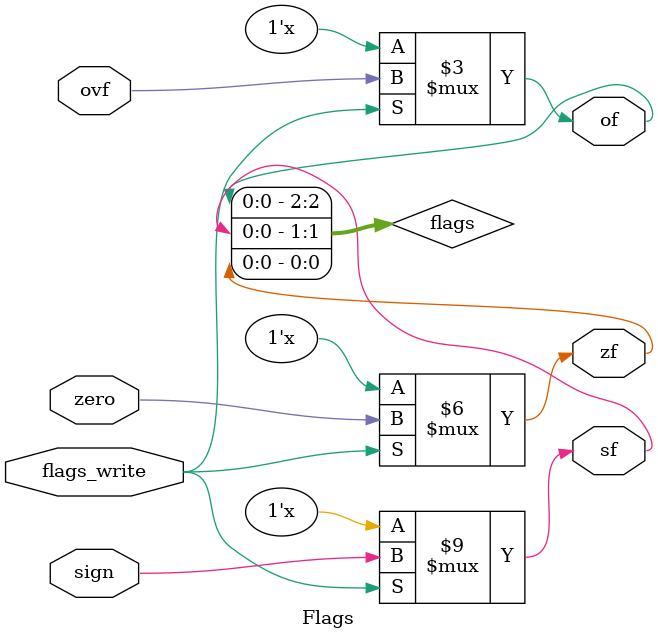
<source format=v>
`timescale 1ns / 1ps

module Flags(
    input flags_write,
	 input zero,
	 input sign,
	 input ovf,
	 output zf,
	 output sf,
	 output of
    );
	 
	 reg [2:0] flags;
	 assign zf = flags[0];
	 assign sf = flags[1];
	 assign of = flags[2];
	 
	 always @ (flags_write or zero or sign or ovf)
	 begin
		flags = flags;
		if(flags_write)
		begin
			flags[0] = zero;
			flags[1] = sign;
			flags[2] = ovf;
		end
	end

endmodule

</source>
